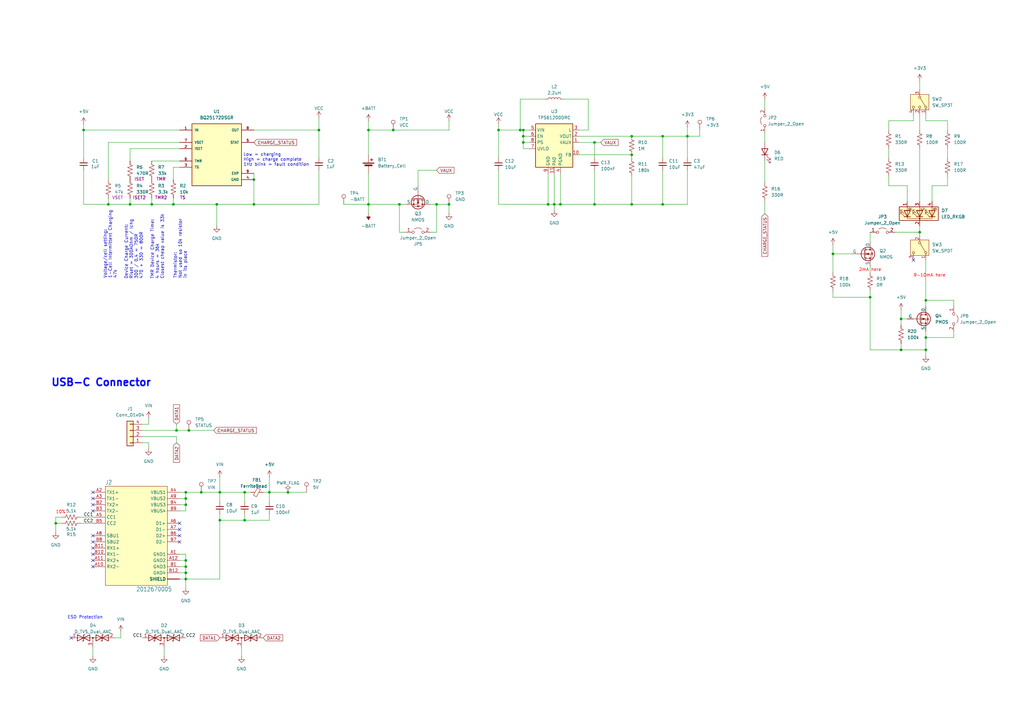
<source format=kicad_sch>
(kicad_sch (version 20231120) (generator "eeschema") (generator_version "8.0")
  (paper "A3")
  (lib_symbols
    (symbol "BQ25172DSGR:BQ25172DSGR" (pin_names (offset 1.016))
      (property "Reference" "U" (at -10.16 13.462 0))
      (property "Value" "BQ25172DSGR" (at -10.16 -15.24 0))
      (symbol "BQ25172DSGR_0_0"
        (pin input line (at -15.24 10.16 0) (length 5.08) (name "IN") (number "1"))
        (pin input line (at -15.24 2.54 0) (length 5.08) (name "ISET") (number "2"))
        (pin input line (at -15.24 -5.08 0) (length 5.08) (name "TS") (number "3"))
        (pin power_in line (at 15.24 -10.16 180) (length 5.08) (name "GND") (number "4"))
        (pin output line (at 15.24 5.08 180) (length 5.08) (name "STAT") (number "5"))
        (pin input line (at -15.24 -2.54 0) (length 5.08) (name "TMR") (number "6"))
        (pin input line (at -15.24 5.08 0) (length 5.08) (name "VSET") (number "7"))
        (pin output line (at 15.24 10.16 180) (length 5.08) (name "OUT") (number "8"))
        (pin power_in line (at 15.24 -7.62 180) (length 5.08) (name "EXP") (number "9"))
      )
    )
    (symbol "Connector:TestPoint" (pin_numbers hide) (pin_names (offset 0.762) hide)
      (property "Reference" "TP" (at 0 6.858 0))
      (property "Value" "TestPoint" (at 0 5.08 0))
      (symbol "TestPoint_1_1"
        (pin passive line (at 0 0 90) (length 2.54) (name "1") (number "1"))
      )
    )
    (symbol "Connector_Generic:Conn_01x04" (pin_names (offset 1.016) hide)
      (property "Reference" "J" (at 0 5.08 0))
      (property "Value" "Conn_01x04" (at 0 -7.62 0))
      (symbol "Conn_01x04_1_1"
        (pin passive line (at -5.08 2.54 0) (length 3.81) (name "Pin_1") (number "1"))
        (pin passive line (at -5.08 0 0) (length 3.81) (name "Pin_2") (number "2"))
        (pin passive line (at -5.08 -2.54 0) (length 3.81) (name "Pin_3") (number "3"))
        (pin passive line (at -5.08 -5.08 0) (length 3.81) (name "Pin_4") (number "4"))
      )
    )
    (symbol "Device:Battery_Cell" (pin_numbers hide) (pin_names (offset 0) hide)
      (property "Reference" "BT" (at 2.54 2.54 0))
      (property "Value" "Battery_Cell" (at 2.54 0 0))
      (symbol "Battery_Cell_1_1"
        (pin passive line (at 0 5.08 270) (length 2.54) (name "+") (number "1"))
        (pin passive line (at 0 -2.54 90) (length 2.54) (name "-") (number "2"))
      )
    )
    (symbol "Device:C_Small" (pin_numbers hide) (pin_names (offset 0.254) hide)
      (property "Reference" "C" (at 0.254 1.778 0))
      (property "Value" "C_Small" (at 0.254 -2.032 0))
      (symbol "C_Small_1_1"
        (pin passive line (at 0 2.54 270) (length 2.032) (name "~") (number "1"))
        (pin passive line (at 0 -2.54 90) (length 2.032) (name "~") (number "2"))
      )
    )
    (symbol "Device:D_TVS_Dual_AAC" (pin_names (offset 1.016) hide)
      (property "Reference" "D" (at 0 4.445 0))
      (property "Value" "D_TVS_Dual_AAC" (at 0 2.54 0))
      (symbol "D_TVS_Dual_AAC_1_1"
        (pin passive line (at -8.89 0 0) (length 2.54) (name "A1") (number "1"))
        (pin passive line (at 8.89 0 180) (length 2.54) (name "A2") (number "2"))
        (pin passive line (at 0 -3.81 90) (length 2.54) (name "common") (number "3"))
      )
    )
    (symbol "Device:FerriteBead_Small" (pin_numbers hide) (pin_names (offset 0))
      (property "Reference" "FB" (at 1.905 1.27 0))
      (property "Value" "FerriteBead_Small" (at 1.905 -1.27 0))
      (symbol "FerriteBead_Small_1_1"
        (pin passive line (at 0 2.54 270) (length 1.27) (name "~") (number "1"))
        (pin passive line (at 0 -2.54 90) (length 1.27) (name "~") (number "2"))
      )
    )
    (symbol "Device:L" (pin_numbers hide) (pin_names (offset 1.016) hide)
      (property "Reference" "L" (at -1.27 0 90))
      (property "Value" "L" (at 1.905 0 90))
      (symbol "L_1_1"
        (pin passive line (at 0 3.81 270) (length 1.27) (name "1") (number "1"))
        (pin passive line (at 0 -3.81 90) (length 1.27) (name "2") (number "2"))
      )
    )
    (symbol "Device:LED" (pin_numbers hide) (pin_names (offset 1.016) hide)
      (property "Reference" "D" (at 0 2.54 0))
      (property "Value" "LED" (at 0 -2.54 0))
      (symbol "LED_1_1"
        (pin passive line (at -3.81 0 0) (length 2.54) (name "K") (number "1"))
        (pin passive line (at 3.81 0 180) (length 2.54) (name "A") (number "2"))
      )
    )
    (symbol "Device:LED_RKGB" (pin_names (offset 0) hide)
      (property "Reference" "D" (at 0 9.398 0))
      (property "Value" "LED_RKGB" (at 0 -8.89 0))
      (symbol "LED_RKGB_0_0"
        (text "B" (at 1.905 -6.35 0) (effects (font (size 1.27 1.27))))
        (text "G" (at 1.905 -1.27 0) (effects (font (size 1.27 1.27))))
        (text "R" (at 1.905 3.81 0) (effects (font (size 1.27 1.27))))
      )
      (symbol "LED_RKGB_1_1"
        (pin passive line (at 5.08 5.08 180) (length 2.54) (name "RA") (number "1"))
        (pin passive line (at -5.08 0 0) (length 2.54) (name "K") (number "2"))
        (pin passive line (at 5.08 0 180) (length 2.54) (name "GA") (number "3"))
        (pin passive line (at 5.08 -5.08 180) (length 2.54) (name "BA") (number "4"))
      )
    )
    (symbol "Device:R_US" (pin_numbers hide) (pin_names (offset 0))
      (property "Reference" "R" (at 2.54 0 90))
      (property "Value" "R_US" (at -2.54 0 90))
      (symbol "R_US_1_1"
        (pin passive line (at 0 3.81 270) (length 1.27) (name "~") (number "1"))
        (pin passive line (at 0 -3.81 90) (length 1.27) (name "~") (number "2"))
      )
    )
    (symbol "ESP32_Dev_Board-eagle-import:2012670005"
      (property "Reference" "J1" (at -12.7209 20.8595 0))
      (property "Value" "2012670005" (at -0.0263 -22.9074 0))
      (symbol "2012670005_1_0"
        (pin power_in line (at 17.78 -7.62 180) (length 5.08) (name "GND1") (number "A1"))
        (pin passive line (at -17.78 -12.7 0) (length 5.08) (name "RX2-") (number "A10"))
        (pin passive line (at -17.78 -10.16 0) (length 5.08) (name "RX2+") (number "A11"))
        (pin power_in line (at 17.78 -10.16 180) (length 5.08) (name "GND2") (number "A12"))
        (pin passive line (at -17.78 17.78 0) (length 5.08) (name "TX1+") (number "A2"))
        (pin passive line (at -17.78 15.24 0) (length 5.08) (name "TX1-") (number "A3"))
        (pin power_in line (at 17.78 17.78 180) (length 5.08) (name "VBUS1") (number "A4"))
        (pin passive line (at -17.78 7.62 0) (length 5.08) (name "CC1") (number "A5"))
        (pin passive line (at 17.78 5.08 180) (length 5.08) (name "D1+") (number "A6"))
        (pin passive line (at 17.78 2.54 180) (length 5.08) (name "D1-") (number "A7"))
        (pin passive line (at -17.78 0 0) (length 5.08) (name "SBU1") (number "A8"))
        (pin power_in line (at 17.78 15.24 180) (length 5.08) (name "VBUS2") (number "A9"))
        (pin power_in line (at 17.78 -12.7 180) (length 5.08) (name "GND3") (number "B1"))
        (pin passive line (at -17.78 -7.62 0) (length 5.08) (name "RX1-") (number "B10"))
        (pin passive line (at -17.78 -5.08 0) (length 5.08) (name "RX1+") (number "B11"))
        (pin power_in line (at 17.78 -15.24 180) (length 5.08) (name "GND4") (number "B12"))
        (pin passive line (at -17.78 12.7 0) (length 5.08) (name "TX2+") (number "B2"))
        (pin passive line (at -17.78 10.16 0) (length 5.08) (name "TX2-") (number "B3"))
        (pin power_in line (at 17.78 12.7 180) (length 5.08) (name "VBUS3") (number "B4"))
        (pin passive line (at -17.78 5.08 0) (length 5.08) (name "CC2") (number "B5"))
        (pin passive line (at 17.78 0 180) (length 5.08) (name "D2+") (number "B6"))
        (pin passive line (at 17.78 -2.54 180) (length 5.08) (name "D2-") (number "B7"))
        (pin passive line (at -17.78 -2.54 0) (length 5.08) (name "SBU2") (number "B8"))
        (pin power_in line (at 17.78 10.16 180) (length 5.08) (name "VBUS4") (number "B9"))
        (pin power_in line (at 17.78 -17.78 180) (length 5.08) (name "SHIELD") (number "S1"))
        (pin power_in line (at 17.78 -17.78 180) (length 5.08) (name "SHIELD") (number "S2"))
        (pin power_in line (at 17.78 -17.78 180) (length 5.08) (name "SHIELD") (number "S3"))
        (pin power_in line (at 17.78 -17.78 180) (length 5.08) (name "SHIELD") (number "S4"))
      )
    )
    (symbol "Jumper:Jumper_2_Open" (pin_names (offset 0) hide)
      (property "Reference" "JP" (at 0 2.794 0))
      (property "Value" "Jumper_2_Open" (at 0 -2.286 0))
      (symbol "Jumper_2_Open_1_1"
        (pin passive line (at -5.08 0 0) (length 2.54) (name "A") (number "1"))
        (pin passive line (at 5.08 0 180) (length 2.54) (name "B") (number "2"))
      )
    )
    (symbol "Regulator_Switching:TPS61200DRC"
      (property "Reference" "U" (at -10.16 8.89 0))
      (property "Value" "TPS61200DRC" (at -2.54 8.89 0))
      (symbol "TPS61200DRC_1_1"
        (pin bidirectional line (at 10.16 0 180) (length 2.54) (name "VAUX") (number "1"))
        (pin input line (at 10.16 -5.08 180) (length 2.54) (name "FB") (number "10"))
        (pin power_in line (at 0 -12.7 90) (length 2.54) (name "PAD") (number "11"))
        (pin power_out line (at 10.16 2.54 180) (length 2.54) (name "VOUT") (number "2"))
        (pin input line (at 10.16 5.08 180) (length 2.54) (name "L") (number "3"))
        (pin power_in line (at 2.54 -12.7 90) (length 2.54) (name "PGND") (number "4"))
        (pin power_in line (at -10.16 5.08 0) (length 2.54) (name "VIN") (number "5"))
        (pin input line (at -10.16 2.54 0) (length 2.54) (name "EN") (number "6"))
        (pin input line (at -10.16 -2.54 0) (length 2.54) (name "UVLO") (number "7"))
        (pin input line (at -10.16 0 0) (length 2.54) (name "PS") (number "8"))
        (pin power_in line (at -2.54 -12.7 90) (length 2.54) (name "GND") (number "9"))
      )
    )
    (symbol "Simulation_SPICE:NMOS" (pin_numbers hide) (pin_names (offset 0))
      (property "Reference" "Q" (at 5.08 1.27 0))
      (property "Value" "NMOS" (at 5.08 -1.27 0))
      (symbol "NMOS_1_1"
        (pin passive line (at 2.54 5.08 270) (length 2.54) (name "D") (number "1"))
        (pin input line (at -5.08 0 0) (length 2.54) (name "G") (number "2"))
        (pin passive line (at 2.54 -5.08 90) (length 2.54) (name "S") (number "3"))
      )
    )
    (symbol "Simulation_SPICE:PMOS" (pin_numbers hide) (pin_names (offset 0))
      (property "Reference" "Q1" (at 8.89 0 90))
      (property "Value" "PMOS" (at 6.35 0 90))
      (symbol "PMOS_1_1"
        (pin input line (at -5.08 0 0) (length 2.54) (name "G") (number "1"))
        (pin passive line (at 2.54 -5.08 90) (length 2.54) (name "S") (number "2"))
        (pin passive line (at 2.54 5.08 270) (length 2.54) (name "D") (number "3"))
      )
    )
    (symbol "Switch:SW_SP3T" (pin_names (offset 0) hide)
      (property "Reference" "SW" (at 0 5.08 0))
      (property "Value" "SW_SP3T" (at 0 -5.08 0))
      (symbol "SW_SP3T_1_1"
        (pin passive line (at 5.08 2.54 180) (length 2.54) (name "1") (number "1"))
        (pin passive line (at 5.08 0 180) (length 2.54) (name "2") (number "2"))
        (pin passive line (at -5.08 0 0) (length 2.54) (name "3") (number "3"))
        (pin passive line (at 5.08 -2.54 180) (length 2.54) (name "4") (number "4"))
      )
    )
    (symbol "Switch:SW_SPDT" (pin_names (offset 0) hide)
      (property "Reference" "SW" (at 0 5.08 0))
      (property "Value" "SW_SPDT" (at 0 -5.08 0))
      (symbol "SW_SPDT_1_1"
        (pin passive line (at 5.08 2.54 180) (length 2.54) (name "A") (number "1"))
        (pin passive line (at -5.08 0 0) (length 2.54) (name "B") (number "2"))
        (pin passive line (at 5.08 -2.54 180) (length 2.54) (name "C") (number "3"))
      )
    )
    (symbol "power:+3V3" (power) (pin_numbers hide) (pin_names (offset 0) hide)
      (property "Value" "+3V3" (at 0 3.556 0))
      (symbol "+3V3_1_1"
        (pin power_in line (at 0 0 90) (length 0) (name "~") (number "1"))
      )
    )
    (symbol "power:+5V" (power) (pin_numbers hide) (pin_names (offset 0) hide)
      (property "Value" "+5V" (at 0 3.556 0))
      (symbol "+5V_1_1"
        (pin power_in line (at 0 0 90) (length 0) (name "~") (number "1"))
      )
    )
    (symbol "power:+BATT" (power) (pin_numbers hide) (pin_names (offset 0) hide)
      (property "Value" "+BATT" (at 0 3.556 0))
      (symbol "+BATT_1_1"
        (pin power_in line (at 0 0 90) (length 0) (name "~") (number "1"))
      )
    )
    (symbol "power:-BATT" (power) (pin_numbers hide) (pin_names (offset 0) hide)
      (property "Value" "-BATT" (at 0 3.556 0))
      (symbol "-BATT_1_1"
        (pin power_in line (at 0 0 90) (length 0) (name "~") (number "1"))
      )
    )
    (symbol "power:GND" (power) (pin_numbers hide) (pin_names (offset 0) hide)
      (property "Value" "GND" (at 0 -3.81 0))
      (symbol "GND_1_1"
        (pin power_in line (at 0 0 270) (length 0) (name "~") (number "1"))
      )
    )
    (symbol "power:PWR_FLAG" (power) (pin_numbers hide) (pin_names (offset 0) hide)
      (property "Value" "PWR_FLAG" (at 0 3.81 0))
      (symbol "PWR_FLAG_0_0"
        (pin power_out line (at 0 0 90) (length 0) (name "pwr") (number "1"))
      )
    )
    (symbol "power:VCC" (power) (pin_names (offset 0))
      (property "Value" "VCC" (at 0 3.81 0))
      (symbol "VCC_1_1"
        (pin power_in line (at 0 0 90) (length 0) hide (name "VCC") (number "1"))
      )
    )
    (symbol "power:VDC" (power) (pin_numbers hide) (pin_names (offset 0) hide)
      (property "Value" "VDC" (at 0 3.556 0))
      (symbol "VDC_1_1"
        (pin power_in line (at 0 0 90) (length 0) (name "~") (number "1"))
      )
    )
  )
  (junction (at 229.87 83.82))
  (junction (at 90.17 213.36))
  (junction (at 71.12 83.82))
  (junction (at 76.2 232.41))
  (junction (at 204.47 53.34))
  (junction (at 214.63 55.88))
  (junction (at 72.39 176.53))
  (junction (at 271.78 55.88))
  (junction (at 259.08 63.5))
  (junction (at 377.19 95.25))
  (junction (at 76.2 229.87))
  (junction (at 369.57 130.81))
  (junction (at 100.33 201.93))
  (junction (at 214.63 53.34))
  (junction (at 243.84 83.82))
  (junction (at 82.55 201.93))
  (junction (at 259.08 83.82))
  (junction (at 90.17 201.93))
  (junction (at 356.87 121.92))
  (junction (at 243.84 58.42))
  (junction (at 161.29 53.34))
  (junction (at 77.47 176.53))
  (junction (at 184.15 83.82))
  (junction (at 224.79 83.82))
  (junction (at 104.14 83.82))
  (junction (at 110.49 201.93))
  (junction (at 76.2 234.95))
  (junction (at 179.07 83.82))
  (junction (at 100.33 213.36))
  (junction (at 118.11 201.93))
  (junction (at 369.57 143.51))
  (junction (at 271.78 83.82))
  (junction (at 163.83 83.82))
  (junction (at 104.14 73.66))
  (junction (at 34.29 53.34))
  (junction (at 227.33 83.82))
  (junction (at 213.36 53.34))
  (junction (at 62.23 83.82))
  (junction (at 22.86 214.63))
  (junction (at 130.81 53.34))
  (junction (at 76.2 207.01))
  (junction (at 44.45 83.82))
  (junction (at 76.2 237.49))
  (junction (at 76.2 201.93))
  (junction (at 379.73 123.19))
  (junction (at 379.73 138.43))
  (junction (at 151.13 83.82))
  (junction (at 259.08 55.88))
  (junction (at 151.13 53.34))
  (junction (at 214.63 58.42))
  (junction (at 88.9 83.82))
  (junction (at 281.94 55.88))
  (junction (at 341.63 104.14))
  (junction (at 53.34 83.82))
  (junction (at 76.2 204.47))
  (junction (at 379.73 143.51))
  (no_connect (at 38.1 222.25))
  (no_connect (at 29.21 261.62))
  (no_connect (at 38.1 204.47))
  (no_connect (at 38.1 209.55))
  (no_connect (at 38.1 232.41))
  (no_connect (at 374.65 106.68))
  (no_connect (at 38.1 229.87))
  (no_connect (at 73.66 214.63))
  (no_connect (at 38.1 224.79))
  (no_connect (at 38.1 227.33))
  (no_connect (at 38.1 207.01))
  (no_connect (at 73.66 222.25))
  (no_connect (at 73.66 219.71))
  (no_connect (at 38.1 219.71))
  (no_connect (at 38.1 201.93))
  (no_connect (at 73.66 217.17))
  (wire (pts (xy 367.03 95.25) (xy 377.19 95.25)))
  (wire (pts (xy 130.81 69.85) (xy 130.81 83.82)))
  (wire (pts (xy 130.81 53.34) (xy 130.81 64.77)))
  (wire (pts (xy 73.66 60.96) (xy 53.34 60.96)))
  (wire (pts (xy 140.97 83.82) (xy 151.13 83.82)))
  (wire (pts (xy 217.17 60.96) (xy 214.63 60.96)))
  (wire (pts (xy 90.17 205.74) (xy 90.17 201.93)))
  (wire (pts (xy 151.13 71.12) (xy 151.13 83.82)))
  (wire (pts (xy 34.29 69.85) (xy 34.29 83.82)))
  (wire (pts (xy 22.86 212.09) (xy 25.4 212.09)))
  (wire (pts (xy 90.17 237.49) (xy 90.17 213.36)))
  (wire (pts (xy 377.19 95.25) (xy 377.19 96.52)))
  (wire (pts (xy 73.66 237.49) (xy 76.2 237.49)))
  (wire (pts (xy 259.08 63.5) (xy 259.08 64.77)))
  (wire (pts (xy 391.16 123.19) (xy 379.73 123.19)))
  (wire (pts (xy 73.66 204.47) (xy 76.2 204.47)))
  (wire (pts (xy 356.87 109.22) (xy 356.87 111.76)))
  (wire (pts (xy 271.78 69.85) (xy 271.78 83.82)))
  (wire (pts (xy 104.14 53.34) (xy 130.81 53.34)))
  (wire (pts (xy 82.55 201.93) (xy 90.17 201.93)))
  (wire (pts (xy 100.33 201.93) (xy 102.87 201.93)))
  (wire (pts (xy 67.31 265.43) (xy 67.31 269.24)))
  (wire (pts (xy 58.42 181.61) (xy 60.96 181.61)))
  (wire (pts (xy 73.66 227.33) (xy 76.2 227.33)))
  (wire (pts (xy 110.49 201.93) (xy 110.49 195.58)))
  (wire (pts (xy 237.49 53.34) (xy 241.3 53.34)))
  (wire (pts (xy 44.45 81.28) (xy 44.45 83.82)))
  (wire (pts (xy 151.13 83.82) (xy 151.13 87.63)))
  (wire (pts (xy 237.49 63.5) (xy 259.08 63.5)))
  (wire (pts (xy 73.66 234.95) (xy 76.2 234.95)))
  (wire (pts (xy 151.13 53.34) (xy 151.13 63.5)))
  (wire (pts (xy 90.17 195.58) (xy 90.17 201.93)))
  (wire (pts (xy 259.08 55.88) (xy 271.78 55.88)))
  (wire (pts (xy 313.69 82.55) (xy 313.69 87.63)))
  (wire (pts (xy 217.17 55.88) (xy 214.63 55.88)))
  (wire (pts (xy 259.08 72.39) (xy 259.08 83.82)))
  (wire (pts (xy 110.49 213.36) (xy 110.49 210.82)))
  (wire (pts (xy 38.1 265.43) (xy 38.1 269.24)))
  (wire (pts (xy 33.02 214.63) (xy 38.1 214.63)))
  (wire (pts (xy 369.57 133.35) (xy 369.57 130.81)))
  (wire (pts (xy 33.02 212.09) (xy 38.1 212.09)))
  (wire (pts (xy 382.27 76.2) (xy 382.27 82.55)))
  (wire (pts (xy 281.94 83.82) (xy 271.78 83.82)))
  (wire (pts (xy 90.17 210.82) (xy 90.17 213.36)))
  (wire (pts (xy 110.49 201.93) (xy 118.11 201.93)))
  (wire (pts (xy 259.08 83.82) (xy 243.84 83.82)))
  (wire (pts (xy 62.23 83.82) (xy 71.12 83.82)))
  (wire (pts (xy 229.87 83.82) (xy 227.33 83.82)))
  (wire (pts (xy 241.3 53.34) (xy 241.3 40.64)))
  (wire (pts (xy 161.29 53.34) (xy 184.15 53.34)))
  (wire (pts (xy 379.73 49.53) (xy 388.62 49.53)))
  (wire (pts (xy 71.12 68.58) (xy 71.12 73.66)))
  (wire (pts (xy 73.66 207.01) (xy 76.2 207.01)))
  (wire (pts (xy 271.78 83.82) (xy 259.08 83.82)))
  (wire (pts (xy 227.33 86.36) (xy 227.33 83.82)))
  (wire (pts (xy 100.33 210.82) (xy 100.33 213.36)))
  (wire (pts (xy 76.2 207.01) (xy 76.2 204.47)))
  (wire (pts (xy 204.47 50.8) (xy 204.47 53.34)))
  (wire (pts (xy 243.84 58.42) (xy 243.84 64.77)))
  (wire (pts (xy 379.73 106.68) (xy 379.73 123.19)))
  (wire (pts (xy 184.15 49.53) (xy 184.15 53.34)))
  (wire (pts (xy 214.63 53.34) (xy 213.36 53.34)))
  (wire (pts (xy 73.66 229.87) (xy 76.2 229.87)))
  (wire (pts (xy 73.66 58.42) (xy 44.45 58.42)))
  (wire (pts (xy 374.65 49.53) (xy 364.49 49.53)))
  (wire (pts (xy 369.57 140.97) (xy 369.57 143.51)))
  (wire (pts (xy 151.13 49.53) (xy 151.13 53.34)))
  (wire (pts (xy 287.02 55.88) (xy 281.94 55.88)))
  (wire (pts (xy 341.63 100.33) (xy 341.63 104.14)))
  (wire (pts (xy 374.65 46.99) (xy 374.65 49.53)))
  (wire (pts (xy 49.53 261.62) (xy 49.53 259.08)))
  (wire (pts (xy 227.33 71.12) (xy 227.33 83.82)))
  (wire (pts (xy 243.84 69.85) (xy 243.84 83.82)))
  (wire (pts (xy 229.87 71.12) (xy 229.87 83.82)))
  (wire (pts (xy 313.69 54.61) (xy 313.69 58.42)))
  (wire (pts (xy 72.39 176.53) (xy 77.47 176.53)))
  (wire (pts (xy 243.84 83.82) (xy 229.87 83.82)))
  (wire (pts (xy 379.73 135.89) (xy 379.73 138.43)))
  (wire (pts (xy 379.73 143.51) (xy 379.73 146.05)))
  (wire (pts (xy 391.16 138.43) (xy 379.73 138.43)))
  (wire (pts (xy 224.79 83.82) (xy 224.79 71.12)))
  (wire (pts (xy 60.96 173.99) (xy 60.96 171.45)))
  (wire (pts (xy 76.2 229.87) (xy 76.2 232.41)))
  (wire (pts (xy 388.62 76.2) (xy 382.27 76.2)))
  (wire (pts (xy 73.66 66.04) (xy 62.23 66.04)))
  (wire (pts (xy 341.63 121.92) (xy 356.87 121.92)))
  (wire (pts (xy 104.14 83.82) (xy 130.81 83.82)))
  (wire (pts (xy 72.39 173.99) (xy 72.39 176.53)))
  (wire (pts (xy 163.83 95.25) (xy 163.83 83.82)))
  (wire (pts (xy 214.63 55.88) (xy 214.63 53.34)))
  (wire (pts (xy 364.49 49.53) (xy 364.49 53.34)))
  (wire (pts (xy 179.07 83.82) (xy 184.15 83.82)))
  (wire (pts (xy 73.66 209.55) (xy 76.2 209.55)))
  (wire (pts (xy 356.87 119.38) (xy 356.87 121.92)))
  (wire (pts (xy 388.62 49.53) (xy 388.62 53.34)))
  (wire (pts (xy 90.17 201.93) (xy 100.33 201.93)))
  (wire (pts (xy 58.42 173.99) (xy 60.96 173.99)))
  (wire (pts (xy 71.12 81.28) (xy 71.12 83.82)))
  (wire (pts (xy 166.37 83.82) (xy 163.83 83.82)))
  (wire (pts (xy 100.33 213.36) (xy 110.49 213.36)))
  (wire (pts (xy 377.19 60.96) (xy 377.19 82.55)))
  (wire (pts (xy 372.11 82.55) (xy 372.11 76.2)))
  (wire (pts (xy 76.2 237.49) (xy 90.17 237.49)))
  (wire (pts (xy 377.19 92.71) (xy 377.19 95.25)))
  (wire (pts (xy 356.87 143.51) (xy 369.57 143.51)))
  (wire (pts (xy 281.94 52.07) (xy 281.94 55.88)))
  (wire (pts (xy 204.47 69.85) (xy 204.47 83.82)))
  (wire (pts (xy 204.47 53.34) (xy 213.36 53.34)))
  (wire (pts (xy 237.49 58.42) (xy 243.84 58.42)))
  (wire (pts (xy 118.11 201.93) (xy 125.73 201.93)))
  (wire (pts (xy 171.45 69.85) (xy 171.45 76.2)))
  (wire (pts (xy 369.57 127) (xy 369.57 130.81)))
  (wire (pts (xy 76.2 201.93) (xy 82.55 201.93)))
  (wire (pts (xy 227.33 83.82) (xy 224.79 83.82)))
  (wire (pts (xy 76.2 227.33) (xy 76.2 229.87)))
  (wire (pts (xy 34.29 83.82) (xy 44.45 83.82)))
  (wire (pts (xy 237.49 55.88) (xy 259.08 55.88)))
  (wire (pts (xy 213.36 53.34) (xy 213.36 40.64)))
  (wire (pts (xy 356.87 121.92) (xy 356.87 143.51)))
  (wire (pts (xy 88.9 83.82) (xy 104.14 83.82)))
  (wire (pts (xy 217.17 53.34) (xy 214.63 53.34)))
  (wire (pts (xy 44.45 58.42) (xy 44.45 73.66)))
  (wire (pts (xy 341.63 104.14) (xy 349.25 104.14)))
  (wire (pts (xy 60.96 181.61) (xy 60.96 184.15)))
  (wire (pts (xy 151.13 53.34) (xy 161.29 53.34)))
  (wire (pts (xy 176.53 83.82) (xy 179.07 83.82)))
  (wire (pts (xy 90.17 213.36) (xy 100.33 213.36)))
  (wire (pts (xy 341.63 119.38) (xy 341.63 121.92)))
  (wire (pts (xy 22.86 212.09) (xy 22.86 214.63)))
  (wire (pts (xy 99.06 265.43) (xy 99.06 269.24)))
  (wire (pts (xy 204.47 83.82) (xy 224.79 83.82)))
  (wire (pts (xy 241.3 40.64) (xy 231.14 40.64)))
  (wire (pts (xy 369.57 143.51) (xy 379.73 143.51)))
  (wire (pts (xy 287.02 53.34) (xy 287.02 55.88)))
  (wire (pts (xy 34.29 50.8) (xy 34.29 53.34)))
  (wire (pts (xy 76.2 209.55) (xy 76.2 207.01)))
  (wire (pts (xy 53.34 83.82) (xy 62.23 83.82)))
  (wire (pts (xy 281.94 64.77) (xy 281.94 55.88)))
  (wire (pts (xy 62.23 83.82) (xy 62.23 81.28)))
  (wire (pts (xy 364.49 72.39) (xy 364.49 76.2)))
  (wire (pts (xy 213.36 40.64) (xy 223.52 40.64)))
  (wire (pts (xy 104.14 71.12) (xy 104.14 73.66)))
  (wire (pts (xy 379.73 138.43) (xy 379.73 143.51)))
  (wire (pts (xy 88.9 83.82) (xy 88.9 92.71)))
  (wire (pts (xy 377.19 46.99) (xy 377.19 53.34)))
  (wire (pts (xy 76.2 234.95) (xy 76.2 237.49)))
  (wire (pts (xy 71.12 83.82) (xy 88.9 83.82)))
  (wire (pts (xy 271.78 64.77) (xy 271.78 55.88)))
  (wire (pts (xy 72.39 181.61) (xy 72.39 179.07)))
  (wire (pts (xy 281.94 69.85) (xy 281.94 83.82)))
  (wire (pts (xy 46.99 261.62) (xy 49.53 261.62)))
  (wire (pts (xy 217.17 58.42) (xy 214.63 58.42)))
  (wire (pts (xy 313.69 66.04) (xy 313.69 74.93)))
  (wire (pts (xy 73.66 68.58) (xy 71.12 68.58)))
  (wire (pts (xy 271.78 55.88) (xy 281.94 55.88)))
  (wire (pts (xy 166.37 95.25) (xy 163.83 95.25)))
  (wire (pts (xy 104.14 73.66) (xy 104.14 83.82)))
  (wire (pts (xy 388.62 60.96) (xy 388.62 64.77)))
  (wire (pts (xy 391.16 135.89) (xy 391.16 138.43)))
  (wire (pts (xy 76.2 204.47) (xy 76.2 201.93)))
  (wire (pts (xy 100.33 201.93) (xy 100.33 205.74)))
  (wire (pts (xy 171.45 69.85) (xy 179.07 69.85)))
  (wire (pts (xy 214.63 60.96) (xy 214.63 58.42)))
  (wire (pts (xy 179.07 95.25) (xy 179.07 83.82)))
  (wire (pts (xy 214.63 58.42) (xy 214.63 55.88)))
  (wire (pts (xy 391.16 125.73) (xy 391.16 123.19)))
  (wire (pts (xy 176.53 95.25) (xy 179.07 95.25)))
  (wire (pts (xy 73.66 232.41) (xy 76.2 232.41)))
  (wire (pts (xy 377.19 33.02) (xy 377.19 36.83)))
  (wire (pts (xy 53.34 81.28) (xy 53.34 83.82)))
  (wire (pts (xy 58.42 176.53) (xy 72.39 176.53)))
  (wire (pts (xy 130.81 48.26) (xy 130.81 53.34)))
  (wire (pts (xy 379.73 46.99) (xy 379.73 49.53)))
  (wire (pts (xy 76.2 232.41) (xy 76.2 234.95)))
  (wire (pts (xy 372.11 76.2) (xy 364.49 76.2)))
  (wire (pts (xy 44.45 83.82) (xy 53.34 83.82)))
  (wire (pts (xy 110.49 201.93) (xy 110.49 205.74)))
  (wire (pts (xy 313.69 40.64) (xy 313.69 44.45)))
  (wire (pts (xy 341.63 111.76) (xy 341.63 104.14)))
  (wire (pts (xy 163.83 83.82) (xy 151.13 83.82)))
  (wire (pts (xy 107.95 201.93) (xy 110.49 201.93)))
  (wire (pts (xy 72.39 179.07) (xy 58.42 179.07)))
  (wire (pts (xy 76.2 237.49) (xy 76.2 241.3)))
  (wire (pts (xy 379.73 123.19) (xy 379.73 125.73)))
  (wire (pts (xy 22.86 214.63) (xy 25.4 214.63)))
  (wire (pts (xy 73.66 201.93) (xy 76.2 201.93)))
  (wire (pts (xy 204.47 64.77) (xy 204.47 53.34)))
  (wire (pts (xy 34.29 53.34) (xy 34.29 64.77)))
  (wire (pts (xy 87.63 176.53) (xy 77.47 176.53)))
  (wire (pts (xy 243.84 58.42) (xy 246.38 58.42)))
  (wire (pts (xy 369.57 130.81) (xy 372.11 130.81)))
  (wire (pts (xy 53.34 60.96) (xy 53.34 66.04)))
  (wire (pts (xy 388.62 72.39) (xy 388.62 76.2)))
  (wire (pts (xy 22.86 214.63) (xy 22.86 218.44)))
  (wire (pts (xy 73.66 53.34) (xy 34.29 53.34)))
  (wire (pts (xy 356.87 95.25) (xy 356.87 99.06)))
  (wire (pts (xy 184.15 83.82) (xy 184.15 87.63)))
  (wire (pts (xy 364.49 60.96) (xy 364.49 64.77)))
  (text "TMR Device Charge Time:\n4 hours = 36k\nClosest cheap value is 33k" (at 64.516 114.554 90) (effects (font (size 1.27 1.27)) (justify left)))
  (text "2mA here" (at 356.87 110.744 0) (effects (font (size 1.27 1.27))))
  (text "Voltage/cell setting:\n1-Cell Intermittent Charging\n47k" (at 45.212 114.3 90) (effects (font (size 1.27 1.27)) (justify left)))
  (text "9-10mA here" (at 381.254 113.03 0) (effects (font (size 1.27 1.27))))
  (text "Thermistor:\nNot used so 10k resistor\nin its place" (at 73.914 114.3 90) (effects (font (size 1.27 1.27)) (justify left)))
  (text "10%" (at 22.86 210.82 0) (effects (font (size 1.27 1.27)) (justify left bottom)))
  (text "Device Charge Current:\nRiset = 300AOhm / Ichg\n300 / 0.4 = 750R\n470 + 330 = 800R" (at 54.864 114.554 90) (effects (font (size 1.27 1.27)) (justify left)))
  (text "ESD Protection" (at 27.686 254 0) (effects (font (size 1.27 1.27)) (justify left bottom)))
  (text "Low = charging\nHigh = charge complete\n1Hz blink = fault condition" (at 99.822 65.532 0) (effects (font (size 1.27 1.27)) (justify left)))
  (text "USB-C Connector" (at 20.828 158.75 0) (effects (font (size 3 3) (bold yes)) (justify left bottom)))
  (label "CC2" (at 34.29 214.63 0))
  (label "CC1" (at 58.42 261.62 180))
  (label "CC1" (at 34.29 212.09 0))
  (label "CC2" (at 76.2 261.62 0))
  (global_label "DATA1" (shape input) (at 90.17 261.62 180) (property "Intersheetrefs" "${INTERSHEET_REFS}" (effects (hide yes))))
  (global_label "DATA2" (shape input) (at 107.95 261.62 0) (property "Intersheetrefs" "${INTERSHEET_REFS}" (effects (hide yes))))
  (global_label "DATA1" (shape input) (at 72.39 173.99 90) (property "Intersheetrefs" "${INTERSHEET_REFS}" (effects (hide yes))))
  (global_label "VAUX" (shape input) (at 246.38 58.42 0) (property "Intersheetrefs" "${INTERSHEET_REFS}" (effects (hide yes))))
  (global_label "CHARGE_STATUS" (shape input) (at 87.63 176.53 0) (property "Intersheetrefs" "${INTERSHEET_REFS}" (effects (hide yes))))
  (global_label "CHARGE_STATUS" (shape input) (at 104.14 58.42 0) (property "Intersheetrefs" "${INTERSHEET_REFS}" (effects (hide yes))))
  (global_label "CHARGE_STATUS" (shape input) (at 313.69 87.63 270) (property "Intersheetrefs" "${INTERSHEET_REFS}" (effects (hide yes))))
  (global_label "VAUX" (shape input) (at 179.07 69.85 0) (property "Intersheetrefs" "${INTERSHEET_REFS}" (effects (hide yes))))
  (global_label "DATA2" (shape input) (at 72.39 181.61 270) (property "Intersheetrefs" "${INTERSHEET_REFS}" (effects (hide yes))))
  (symbol (lib_id "power:+3V3") (at 377.19 33.02 0) (unit 1)
    (property "Reference" "#PWR07" (effects (hide yes)))
    (property "Value" "+3V3" (at 377.19 27.94 0))
    (property "Description" "Power symbol creates a global label with name \"+3V3\"" (effects (hide yes)))
  )
  (symbol (lib_id "Device:LED") (at 313.69 62.23 90) (unit 1)
    (property "Reference" "D6" (at 317.5 62.5474 90) (effects (justify right)))
    (property "Value" "RED" (at 317.5 65.0874 90) (effects (justify right)))
    (property "Footprint" "LED_SMD:LED_0805_2012Metric" (effects (hide yes)))
    (property "Description" "Light emitting diode" (effects (hide yes)))
    (property "LCSC" "C84256" (effects (hide yes)))
  )
  (symbol (lib_id "Connector:TestPoint") (at 82.55 201.93 0) (unit 1)
    (property "Reference" "TP7" (at 85.09 197.3579 0) (effects (justify left)))
    (property "Value" "VIN" (at 85.09 199.8979 0) (effects (justify left)))
    (property "Footprint" "TestPoint:TestPoint_Pad_D1.0mm" (effects (hide yes)))
    (property "Description" "test point" (effects (hide yes)))
  )
  (symbol (lib_id "Device:R_US") (at 388.62 57.15 0) (unit 1)
    (property "Reference" "R9" (at 391.16 55.8799 0) (effects (justify left)))
    (property "Value" "100R" (at 391.16 58.4199 0) (effects (justify left)))
    (property "Footprint" "Resistor_SMD:R_0402_1005Metric" (effects (hide yes)))
    (property "Description" "Resistor, US symbol" (effects (hide yes)))
    (property "LCSC" "C25076" (effects (hide yes)))
  )
  (symbol (lib_id "Device:R_US") (at 364.49 57.15 0) (unit 1)
    (property "Reference" "R1" (at 367.03 55.8799 0) (effects (justify left)))
    (property "Value" "330R" (at 367.03 58.4199 0) (effects (justify left)))
    (property "Footprint" "Resistor_SMD:R_0402_1005Metric" (effects (hide yes)))
    (property "LCSC" "C25104" (effects (hide yes)))
  )
  (symbol (lib_id "Device:R_US") (at 388.62 68.58 0) (unit 1)
    (property "Reference" "R17" (at 391.16 67.3099 0) (effects (justify left)))
    (property "Value" "100R" (at 391.16 69.8499 0) (effects (justify left)))
    (property "Footprint" "Resistor_SMD:R_0402_1005Metric" (effects (hide yes)))
    (property "Description" "Resistor, US symbol" (effects (hide yes)))
    (property "LCSC" "C25076" (effects (hide yes)))
  )
  (symbol (lib_id "Device:R_US") (at 71.12 77.47 0) (unit 1)
    (property "Reference" "R2" (at 73.66 76.1999 0) (effects (justify left)))
    (property "Value" "10k" (at 73.66 78.7399 0) (effects (justify left)))
    (property "Footprint" "Resistor_SMD:R_0402_1005Metric" (effects (hide yes)))
    (property "Description" "TS" (at 74.93 81.026 0))
    (property "LCSC" "C25744" (effects (hide yes)))
  )
  (symbol (lib_id "Device:L") (at 227.33 40.64 90) (unit 1)
    (property "Reference" "L2" (at 227.33 35.56 90))
    (property "Value" "2.2uH" (at 227.33 38.1 90))
    (property "Footprint" "Inductor_SMD:L_Sunlord_SWPA3015S" (effects (hide yes)))
    (property "Description" "Inductor" (effects (hide yes)))
    (property "LCSC" "C19734" (effects (hide yes)))
  )
  (symbol (lib_id "Device:C_Small") (at 90.17 208.28 0) (unit 1)
    (property "Reference" "C8" (at 92.71 207.0162 0) (effects (justify left)))
    (property "Value" "10uF" (at 92.71 209.5562 0) (effects (justify left)))
    (property "Footprint" "Capacitor_SMD:C_0603_1608Metric" (effects (hide yes)))
    (property "Description" "Unpolarized capacitor, small symbol" (effects (hide yes)))
    (property "LCSC" "C96446" (effects (hide yes)))
  )
  (symbol (lib_id "Jumper:Jumper_2_Open") (at 391.16 130.81 270) (unit 1)
    (property "Reference" "JP6" (at 393.7 129.5399 90) (effects (justify left)))
    (property "Value" "Jumper_2_Open" (at 393.7 132.0799 90) (effects (justify left)))
    (property "Footprint" "Jumper:SolderJumper-2_P1.3mm_Open_RoundedPad1.0x1.5mm" (effects (hide yes)))
    (property "Description" "Jumper, 2-pole, open" (effects (hide yes)))
  )
  (symbol (lib_id "Device:D_TVS_Dual_AAC") (at 67.31 261.62 0) (unit 1)
    (property "Reference" "D2" (at 67.31 256.54 0))
    (property "Value" "D_TVS_Dual_AAC" (at 67.31 259.08 0))
    (property "Footprint" "Package_TO_SOT_SMD:SOT-23" (effects (hide yes)))
    (property "Description" "Bidirectional dual transient-voltage-suppression diode, center on pin 3" (effects (hide yes)))
    (property "LCSC" "C32677" (effects (hide yes)))
  )
  (symbol (lib_id "Connector:TestPoint") (at 184.15 83.82 0) (unit 1)
    (property "Reference" "TP3" (at 186.69 79.2479 0) (effects (justify left)))
    (property "Value" "GND" (at 186.69 81.7879 0) (effects (justify left)))
    (property "Footprint" "TestPoint:TestPoint_Pad_D1.0mm" (effects (hide yes)))
    (property "Description" "test point" (effects (hide yes)))
  )
  (symbol (lib_id "Device:R_US") (at 356.87 115.57 0) (unit 1)
    (property "Reference" "R19" (at 359.41 114.2999 0) (effects (justify left)))
    (property "Value" "0R" (at 359.41 116.8399 0) (effects (justify left)))
    (property "Footprint" "Resistor_SMD:R_0603_1608Metric" (effects (hide yes)))
    (property "Description" "Rfbt" (effects (hide yes)))
    (property "LCSC" "C17168" (effects (hide yes)))
  )
  (symbol (lib_id "power:GND") (at 227.33 86.36 0) (unit 1)
    (property "Reference" "#PWR023" (effects (hide yes)))
    (property "Value" "GND" (at 227.33 91.44 0))
    (property "Description" "Power symbol creates a global label with name \"GND\" , ground" (effects (hide yes)))
  )
  (symbol (lib_id "Device:R_US") (at 313.69 78.74 0) (unit 1)
    (property "Reference" "R16" (at 316.23 77.4699 0) (effects (justify left)))
    (property "Value" "330R" (at 316.23 80.0099 0) (effects (justify left)))
    (property "Footprint" "Resistor_SMD:R_0402_1005Metric" (effects (hide yes)))
    (property "LCSC" "C25104" (effects (hide yes)))
  )
  (symbol (lib_id "Device:R_US") (at 53.34 77.47 0) (unit 1)
    (property "Reference" "R4" (at 55.88 76.1999 0) (effects (justify left)))
    (property "Value" "330R" (at 55.88 78.7399 0) (effects (justify left)))
    (property "Footprint" "Resistor_SMD:R_0402_1005Metric" (effects (hide yes)))
    (property "Description" "ISET2" (at 57.15 81.026 0))
    (property "LCSC" "C25104" (effects (hide yes)))
  )
  (symbol (lib_id "power:+5V") (at 369.57 127 0) (unit 1)
    (property "Reference" "#PWR029" (effects (hide yes)))
    (property "Value" "+5V" (at 369.57 121.92 0))
    (property "Description" "Power symbol creates a global label with name \"+5V\"" (effects (hide yes)))
  )
  (symbol (lib_id "Jumper:Jumper_2_Open") (at 171.45 95.25 0) (unit 1)
    (property "Reference" "JP5" (at 171.45 100.076 0))
    (property "Value" "Jumper_2_Open" (at 171.45 97.536 0))
    (property "Footprint" "Jumper:SolderJumper-2_P1.3mm_Open_RoundedPad1.0x1.5mm" (effects (hide yes)))
    (property "Description" "Jumper, 2-pole, open" (effects (hide yes)))
  )
  (symbol (lib_id "Device:C_Small") (at 100.33 208.28 180) (unit 1)
    (property "Reference" "C9" (at 102.87 207.6386 0) (effects (justify right)))
    (property "Value" "1uF" (at 102.87 210.1786 0) (effects (justify right)))
    (property "Footprint" "Capacitor_SMD:C_0402_1005Metric" (effects (hide yes)))
    (property "LCSC" "C52923" (effects (hide yes)))
  )
  (symbol (lib_id "BQ25172DSGR:BQ25172DSGR") (at 88.9 63.5 0) (unit 1)
    (property "Reference" "U1" (at 88.9 45.72 0))
    (property "Value" "BQ25172DSGR" (at 88.9 48.26 0))
    (property "Footprint" "Landing-Light:IC_BQ25172DSGR" (effects (hide yes)))
    (property "MF" "Texas Instruments" (effects (hide yes)))
    (property "MAXIMUM_PACKAGE_HEIGHT" "0.8mm" (effects (hide yes)))
    (property "Package" "None" (effects (hide yes)))
    (property "Price" "None" (effects (hide yes)))
    (property "Check_prices" "https://www.snapeda.com/parts/BQ25172DSGR/Texas+Instruments/view-part/?ref=eda" (effects (hide yes)))
    (property "STANDARD" "Manufacturer Recommendations" (effects (hide yes)))
    (property "PARTREV" "June 2022" (effects (hide yes)))
    (property "SnapEDA_Link" "https://www.snapeda.com/parts/BQ25172DSGR/Texas+Instruments/view-part/?ref=snap" (effects (hide yes)))
    (property "MP" "BQ25172DSGR" (effects (hide yes)))
    (property "Description_1" "\n                        \n                            0.8-A, one- to six-cell NiMH stand-alone linear charger in a QFN package\n                        \n" (effects (hide yes)))
    (property "Availability" "In Stock" (effects (hide yes)))
    (property "MANUFACTURER" "Texas Instruments" (effects (hide yes)))
    (property "LCSC" "C5189434" (effects (hide yes)))
  )
  (symbol (lib_id "power:-BATT") (at 151.13 87.63 180) (unit 1)
    (property "Reference" "#PWR02" (effects (hide yes)))
    (property "Value" "-BATT" (at 151.13 92.71 0))
    (property "Description" "Power symbol creates a global label with name \"-BATT\"" (effects (hide yes)))
  )
  (symbol (lib_id "Connector:TestPoint") (at 161.29 53.34 0) (unit 1)
    (property "Reference" "TP1" (at 163.83 48.7679 0) (effects (justify left)))
    (property "Value" "VCC" (at 163.83 51.3079 0) (effects (justify left)))
    (property "Footprint" "TestPoint:TestPoint_Pad_D1.0mm" (effects (hide yes)))
    (property "Description" "test point" (effects (hide yes)))
  )
  (symbol (lib_id "Device:C_Small") (at 281.94 67.31 0) (unit 1)
    (property "Reference" "C3" (at 284.48 66.0462 0) (effects (justify left)))
    (property "Value" "47uF" (at 284.48 68.5862 0) (effects (justify left)))
    (property "Footprint" "Capacitor_SMD:C_0603_1608Metric" (effects (hide yes)))
    (property "Description" "Unpolarized capacitor, small symbol" (effects (hide yes)))
    (property "LCSC" "C16780" (effects (hide yes)))
  )
  (symbol (lib_id "power:+5V") (at 110.49 195.58 0) (unit 1)
    (property "Reference" "#PWR010" (effects (hide yes)))
    (property "Value" "+5V" (at 110.49 190.5 0))
    (property "Description" "Power symbol creates a global label with name \"+5V\"" (effects (hide yes)))
  )
  (symbol (lib_id "Jumper:Jumper_2_Open") (at 313.69 49.53 90) (unit 1)
    (property "Reference" "JP2" (at 314.96 48.2599 90) (effects (justify right)))
    (property "Value" "Jumper_2_Open" (at 314.96 50.7999 90) (effects (justify right)))
    (property "Footprint" "Jumper:SolderJumper-2_P1.3mm_Open_RoundedPad1.0x1.5mm" (effects (hide yes)))
    (property "Description" "Jumper, 2-pole, open" (effects (hide yes)))
  )
  (symbol (lib_id "power:+5V") (at 34.29 50.8 0) (unit 1)
    (property "Reference" "#PWR022" (effects (hide yes)))
    (property "Value" "+5V" (at 34.29 45.72 0))
    (property "Description" "Power symbol creates a global label with name \"+5V\"" (effects (hide yes)))
  )
  (symbol (lib_id "Switch:SW_SPDT") (at 377.19 101.6 270) (unit 1) (in_bom no)
    (property "Reference" "SW3" (at 382.27 100.3299 90) (effects (justify left)))
    (property "Value" "SW_SPDT" (at 382.27 102.8699 90) (effects (justify left)))
    (property "Footprint" "Landing-Light:SSSS810201" (effects (hide yes)))
    (property "Description" "Switch, single pole double throw" (effects (hide yes)))
    (property "LCSC" "C231762" (effects (hide yes)))
  )
  (symbol (lib_id "Device:R_US") (at 29.21 214.63 270) (unit 1)
    (property "Reference" "R15" (at 29.21 219.202 90))
    (property "Value" "5.1k" (at 29.21 216.916 90))
    (property "Footprint" "Resistor_SMD:R_0603_1608Metric" (effects (hide yes)))
    (property "Description" "Rfbb" (effects (hide yes)))
    (property "LCSC" "C23186" (effects (hide yes)))
  )
  (symbol (lib_id "power:VDC") (at 60.96 171.45 0) (unit 1)
    (property "Reference" "#PWR09" (effects (hide yes)))
    (property "Value" "VIN" (at 60.96 166.37 0))
    (property "Description" "Power symbol creates a global label with name \"VDC\"" (effects (hide yes)))
  )
  (symbol (lib_id "power:GND") (at 76.2 241.3 0) (unit 1)
    (property "Reference" "#PWR013" (effects (hide yes)))
    (property "Value" "GND" (at 76.2 246.38 0))
  )
  (symbol (lib_id "Device:C_Small") (at 204.47 67.31 0) (unit 1)
    (property "Reference" "C12" (at 207.01 66.0462 0) (effects (justify left)))
    (property "Value" "10uF" (at 207.01 68.5862 0) (effects (justify left)))
    (property "Footprint" "Capacitor_SMD:C_0603_1608Metric" (effects (hide yes)))
    (property "Description" "Unpolarized capacitor, small symbol" (effects (hide yes)))
    (property "LCSC" "C96446" (effects (hide yes)))
  )
  (symbol (lib_id "power:GND") (at 22.86 218.44 0) (unit 1)
    (property "Reference" "#PWR012" (effects (hide yes)))
    (property "Value" "GND" (at 22.86 223.52 0))
  )
  (symbol (lib_id "Device:R_US") (at 377.19 57.15 0) (unit 1)
    (property "Reference" "R8" (at 379.73 55.8799 0) (effects (justify left)))
    (property "Value" "100R" (at 379.73 58.4199 0) (effects (justify left)))
    (property "Footprint" "Resistor_SMD:R_0402_1005Metric" (effects (hide yes)))
    (property "Description" "Resistor, US symbol" (effects (hide yes)))
    (property "LCSC" "C25076" (effects (hide yes)))
  )
  (symbol (lib_id "power:VCC") (at 130.81 48.26 0) (unit 1)
    (property "Reference" "#PWR026" (effects (hide yes)))
    (property "Value" "VCC" (at 130.81 44.45 0))
  )
  (symbol (lib_id "power:PWR_FLAG") (at 118.11 201.93 0) (unit 1)
    (property "Reference" "#FLG01" (effects (hide yes)))
    (property "Value" "PWR_FLAG" (at 118.11 198.12 0))
  )
  (symbol (lib_id "Device:C_Small") (at 243.84 67.31 0) (unit 1)
    (property "Reference" "C13" (at 246.38 66.6813 0) (effects (justify left)))
    (property "Value" "100nF" (at 246.38 69.2213 0) (effects (justify left)))
    (property "Footprint" "Capacitor_SMD:C_0402_1005Metric" (effects (hide yes)))
    (property "LCSC" "C1525" (effects (hide yes)))
  )
  (symbol (lib_id "Device:R_US") (at 53.34 69.85 0) (unit 1)
    (property "Reference" "R6" (at 55.88 68.5799 0) (effects (justify left)))
    (property "Value" "470R" (at 55.88 71.1199 0) (effects (justify left)))
    (property "Footprint" "Resistor_SMD:R_0402_1005Metric" (effects (hide yes)))
    (property "Description" "ISET" (at 57.15 73.406 0))
    (property "LCSC" "C25117" (effects (hide yes)))
  )
  (symbol (lib_id "Device:C_Small") (at 110.49 208.28 0) (unit 1)
    (property "Reference" "C10" (at 113.03 207.6513 0) (effects (justify left)))
    (property "Value" "100nF" (at 113.03 210.1913 0) (effects (justify left)))
    (property "Footprint" "Capacitor_SMD:C_0402_1005Metric" (effects (hide yes)))
    (property "LCSC" "C1525" (effects (hide yes)))
  )
  (symbol (lib_id "Device:Battery_Cell") (at 151.13 68.58 0) (unit 1)
    (property "Reference" "BT1" (at 154.94 65.4684 0) (effects (justify left)))
    (property "Value" "Battery_Cell" (at 154.94 68.0084 0) (effects (justify left)))
    (property "Footprint" "Landing-Light:AAA Side Mount" (effects (hide yes)))
    (property "Description" "Single-cell battery" (effects (hide yes)))
  )
  (symbol (lib_id "Device:C_Small") (at 130.81 67.31 180) (unit 1)
    (property "Reference" "C2" (at 135.636 66.04 0))
    (property "Value" "1uF" (at 135.636 68.326 0))
    (property "Footprint" "Capacitor_SMD:C_0402_1005Metric" (effects (hide yes)))
    (property "LCSC" "C52923" (effects (hide yes)))
  )
  (symbol (lib_id "Device:R_US") (at 62.23 77.47 0) (unit 1)
    (property "Reference" "R3" (at 64.77 76.1999 0) (effects (justify left)))
    (property "Value" "3.3k" (at 64.77 78.7399 0) (effects (justify left)))
    (property "Footprint" "Resistor_SMD:R_0402_1005Metric" (effects (hide yes)))
    (property "Description" "TMR2" (at 66.04 81.026 0))
    (property "LCSC" "C25890" (effects (hide yes)))
  )
  (symbol (lib_id "power:VCC") (at 184.15 49.53 0) (unit 1)
    (property "Reference" "#PWR020" (effects (hide yes)))
    (property "Value" "VCC" (at 184.15 45.72 0))
  )
  (symbol (lib_id "Device:FerriteBead_Small") (at 105.41 201.93 90) (unit 1)
    (property "Reference" "FB1" (at 105.3719 196.85 90))
    (property "Value" "FerriteBead" (at 104.1019 199.39 90))
    (property "Footprint" "Diode_SMD:D_0805_2012Metric" (effects (hide yes)))
    (property "LCSC" "C1015" (effects (hide yes)))
  )
  (symbol (lib_id "Connector:TestPoint") (at 125.73 201.93 0) (unit 1)
    (property "Reference" "TP2" (at 128.27 197.3579 0) (effects (justify left)))
    (property "Value" "5V" (at 128.27 199.8979 0) (effects (justify left)))
    (property "Footprint" "TestPoint:TestPoint_Pad_D1.0mm" (effects (hide yes)))
    (property "Description" "test point" (effects (hide yes)))
  )
  (symbol (lib_id "Device:C_Small") (at 271.78 67.31 0) (unit 1)
    (property "Reference" "C11" (at 274.32 66.0462 0) (effects (justify left)))
    (property "Value" "10uF" (at 274.32 68.5862 0) (effects (justify left)))
    (property "Footprint" "Capacitor_SMD:C_0603_1608Metric" (effects (hide yes)))
    (property "Description" "Unpolarized capacitor, small symbol" (effects (hide yes)))
    (property "LCSC" "C96446" (effects (hide yes)))
  )
  (symbol (lib_id "Switch:SW_SP3T") (at 377.19 41.91 270) (unit 1) (in_bom no)
    (property "Reference" "SW2" (at 382.27 40.6399 90) (effects (justify left)))
    (property "Value" "SW_SP3T" (at 382.27 43.1799 90) (effects (justify left)))
    (property "Footprint" "Landing-Light:SSSS812201" (effects (hide yes)))
    (property "Description" "Switch, three position, single pole triple throw, 3 position switch, SP3T" (effects (hide yes)))
    (property "LCSC" "C160878" (effects (hide yes)))
  )
  (symbol (lib_id "ESP32_Dev_Board-eagle-import:2012670005") (at 55.88 219.71 0) (unit 1)
    (property "Reference" "J2" (at 43.1591 198.8505 0) (effects (font (size 1.7809 1.5137)) (justify left bottom)))
    (property "Value" "2012670005" (at 55.8537 242.6174 0) (effects (font (size 1.7816 1.5143)) (justify left bottom)))
    (property "Footprint" "Landing-Light:MOLEX_2012670005" (effects (hide yes)))
    (property "LCSC" "C565324" (effects (hide yes)))
  )
  (symbol (lib_id "power:GND") (at 88.9 92.71 0) (unit 1)
    (property "Reference" "#PWR03" (effects (hide yes)))
    (property "Value" "GND" (at 88.9 97.79 0))
    (property "Description" "Power symbol creates a global label with name \"GND\" , ground" (effects (hide yes)))
  )
  (symbol (lib_id "power:+5V") (at 341.63 100.33 0) (unit 1)
    (property "Reference" "#PWR016" (effects (hide yes)))
    (property "Value" "+5V" (at 341.63 95.25 0))
    (property "Description" "Power symbol creates a global label with name \"+5V\"" (effects (hide yes)))
  )
  (symbol (lib_id "power:GND") (at 184.15 87.63 0) (unit 1)
    (property "Reference" "#PWR027" (effects (hide yes)))
    (property "Value" "GND" (at 184.15 92.71 0))
    (property "Description" "Power symbol creates a global label with name \"GND\" , ground" (effects (hide yes)))
  )
  (symbol (lib_id "Simulation_SPICE:NMOS") (at 354.33 104.14 0) (unit 1)
    (property "Reference" "Q2" (at 360.68 102.8699 0) (effects (justify left)))
    (property "Value" "NMOS" (at 360.68 105.4099 0) (effects (justify left)))
    (property "Footprint" "Package_TO_SOT_SMD:SOT-23-3" (effects (hide yes)))
    (property "Datasheet" "https://ngspice.sourceforge.io/docs/ngspice-html-manual/manual.xhtml#cha_MOSFETs" (effects (hide yes)))
    (property "Description" "N-MOSFET transistor, drain/source/gate" (effects (hide yes)))
    (property "Sim.Device" "NMOS" (effects (hide yes)))
    (property "Sim.Type" "VDMOS" (effects (hide yes)))
    (property "Sim.Pins" "1=D 2=G 3=S" (effects (hide yes)))
    (property "LCSC" "C20917" (effects (hide yes)))
  )
  (symbol (lib_id "Jumper:Jumper_2_Open") (at 361.95 95.25 0) (unit 1)
    (property "Reference" "JP3" (at 361.95 88.9 0))
    (property "Value" "Jumper_2_Open" (at 361.95 91.44 0))
    (property "Footprint" "Jumper:SolderJumper-2_P1.3mm_Open_RoundedPad1.0x1.5mm" (effects (hide yes)))
    (property "Description" "Jumper, 2-pole, open" (effects (hide yes)))
  )
  (symbol (lib_id "power:VDC") (at 49.53 259.08 0) (unit 1)
    (property "Reference" "#PWR028" (effects (hide yes)))
    (property "Value" "VIN" (at 49.53 254 0))
    (property "Description" "Power symbol creates a global label with name \"VDC\"" (effects (hide yes)))
  )
  (symbol (lib_id "power:GND") (at 99.06 269.24 0) (unit 1)
    (property "Reference" "#PWR019" (effects (hide yes)))
    (property "Value" "GND" (at 99.06 274.32 0))
  )
  (symbol (lib_id "Device:LED_RKGB") (at 377.19 87.63 90) (unit 1)
    (property "Reference" "D7" (at 386.08 86.3599 90) (effects (justify right)))
    (property "Value" "LED_RKGB" (at 386.08 88.8999 90) (effects (justify right)))
    (property "Footprint" "LED_THT:LED_D5.0mm-4_RGB" (effects (hide yes)))
    (property "Description" "RGB LED, red/cathode/green/blue" (effects (hide yes)))
  )
  (symbol (lib_id "Connector:TestPoint") (at 77.47 176.53 0) (unit 1)
    (property "Reference" "TP5" (at 80.01 171.9579 0) (effects (justify left)))
    (property "Value" "STATUS" (at 80.01 174.4979 0) (effects (justify left)))
    (property "Footprint" "TestPoint:TestPoint_Pad_D1.0mm" (effects (hide yes)))
    (property "Description" "test point" (effects (hide yes)))
  )
  (symbol (lib_id "Connector:TestPoint") (at 140.97 83.82 0) (unit 1)
    (property "Reference" "TP4" (at 143.51 79.2479 0) (effects (justify left)))
    (property "Value" "-BATT" (at 143.51 81.7879 0) (effects (justify left)))
    (property "Footprint" "TestPoint:TestPoint_Pad_D1.0mm" (effects (hide yes)))
    (property "Description" "test point" (effects (hide yes)))
  )
  (symbol (lib_id "Device:R_US") (at 44.45 77.47 0) (unit 1)
    (property "Reference" "R5" (at 46.99 76.1999 0) (effects (justify left)))
    (property "Value" "47k" (at 46.99 78.7399 0) (effects (justify left)))
    (property "Footprint" "Resistor_SMD:R_0402_1005Metric" (effects (hide yes)))
    (property "Description" "VSET" (at 48.26 81.026 0))
    (property "LCSC" "C25792" (effects (hide yes)))
  )
  (symbol (lib_id "Device:C_Small") (at 34.29 67.31 180) (unit 1)
    (property "Reference" "C1" (at 39.116 66.04 0))
    (property "Value" "1uF" (at 39.116 68.326 0))
    (property "Footprint" "Capacitor_SMD:C_0402_1005Metric" (effects (hide yes)))
    (property "LCSC" "C52923" (effects (hide yes)))
  )
  (symbol (lib_id "Device:R_US") (at 29.21 212.09 90) (unit 1)
    (property "Reference" "R12" (at 29.21 207.01 90))
    (property "Value" "5.1k" (at 29.21 209.55 90))
    (property "Footprint" "Resistor_SMD:R_0603_1608Metric" (effects (hide yes)))
    (property "Description" "Rfbb" (effects (hide yes)))
    (property "LCSC" "C23186" (effects (hide yes)))
  )
  (symbol (lib_id "power:GND") (at 379.73 146.05 0) (unit 1)
    (property "Reference" "#PWR04" (effects (hide yes)))
    (property "Value" "GND" (at 379.73 151.13 0))
    (property "Description" "Power symbol creates a global label with name \"GND\" , ground" (effects (hide yes)))
  )
  (symbol (lib_id "power:VCC") (at 204.47 50.8 0) (unit 1)
    (property "Reference" "#PWR024" (effects (hide yes)))
    (property "Value" "VCC" (at 204.47 46.99 0))
  )
  (symbol (lib_id "power:+5V") (at 313.69 40.64 0) (unit 1)
    (property "Reference" "#PWR021" (effects (hide yes)))
    (property "Value" "+5V" (at 313.69 35.56 0))
    (property "Description" "Power symbol creates a global label with name \"+5V\"" (effects (hide yes)))
  )
  (symbol (lib_id "Device:R_US") (at 364.49 68.58 0) (unit 1)
    (property "Reference" "R13" (at 367.03 67.3099 0) (effects (justify left)))
    (property "Value" "330R" (at 367.03 69.8499 0) (effects (justify left)))
    (property "Footprint" "Resistor_SMD:R_0402_1005Metric" (effects (hide yes)))
    (property "LCSC" "C25104" (effects (hide yes)))
  )
  (symbol (lib_id "Device:D_TVS_Dual_AAC") (at 99.06 261.62 0) (unit 1)
    (property "Reference" "D3" (at 99.06 256.54 0))
    (property "Value" "D_TVS_Dual_AAC" (at 99.06 259.08 0))
    (property "Footprint" "Package_TO_SOT_SMD:SOT-23" (effects (hide yes)))
    (property "Description" "Bidirectional dual transient-voltage-suppression diode, center on pin 3" (effects (hide yes)))
    (property "LCSC" "C32677" (effects (hide yes)))
  )
  (symbol (lib_id "power:VDC") (at 90.17 195.58 0) (unit 1)
    (property "Reference" "#PWR08" (effects (hide yes)))
    (property "Value" "VIN" (at 90.17 190.5 0))
    (property "Description" "Power symbol creates a global label with name \"VDC\"" (effects (hide yes)))
  )
  (symbol (lib_id "Simulation_SPICE:PMOS") (at 377.19 130.81 0) (unit 1)
    (property "Reference" "Q4" (at 383.54 129.5399 0) (effects (justify left)))
    (property "Value" "PMOS" (at 383.54 132.0799 0) (effects (justify left)))
    (property "Footprint" "Package_TO_SOT_SMD:SOT-23" (effects (hide yes)))
    (property "Datasheet" "https://ngspice.sourceforge.io/docs/ngspice-html-manual/manual.xhtml#cha_MOSFETs" (effects (hide yes)))
    (property "Description" "P-MOSFET transistor, drain/source/gate" (effects (hide yes)))
    (property "Sim.Device" "PMOS" (effects (hide yes)))
    (property "Sim.Type" "VDMOS" (effects (hide yes)))
    (property "Sim.Pins" "1=D 2=G 3=S" (effects (hide yes)))
    (property "LCSC" "C10487" (effects (hide yes)))
  )
  (symbol (lib_id "power:GND") (at 67.31 269.24 0) (unit 1)
    (property "Reference" "#PWR018" (effects (hide yes)))
    (property "Value" "GND" (at 67.31 274.32 0))
  )
  (symbol (lib_id "power:GND") (at 60.96 184.15 0) (unit 1)
    (property "Reference" "#PWR05" (effects (hide yes)))
    (property "Value" "GND" (at 60.96 189.23 0))
  )
  (symbol (lib_id "Device:R_US") (at 369.57 137.16 0) (unit 1)
    (property "Reference" "R20" (at 372.11 135.8899 0) (effects (justify left)))
    (property "Value" "100k" (at 372.11 138.4299 0) (effects (justify left)))
    (property "Footprint" "Resistor_SMD:R_0603_1608Metric" (effects (hide yes)))
    (property "Description" "Rfbb" (effects (hide yes)))
    (property "LCSC" "C25803" (effects (hide yes)))
  )
  (symbol (lib_id "power:GND") (at 38.1 269.24 0) (unit 1)
    (property "Reference" "#PWR014" (effects (hide yes)))
    (property "Value" "GND" (at 38.1 274.32 0))
  )
  (symbol (lib_id "Device:R_US") (at 62.23 69.85 0) (unit 1)
    (property "Reference" "R7" (at 64.77 68.5799 0) (effects (justify left)))
    (property "Value" "33k" (at 64.77 71.1199 0) (effects (justify left)))
    (property "Footprint" "Resistor_SMD:R_0402_1005Metric" (effects (hide yes)))
    (property "Description" "TMR" (at 66.04 73.406 0))
    (property "LCSC" "C25779" (effects (hide yes)))
  )
  (symbol (lib_id "Device:R_US") (at 259.08 68.58 0) (unit 1)
    (property "Reference" "R11" (at 261.62 67.3099 0) (effects (justify left)))
    (property "Value" "180k" (at 261.62 69.8499 0) (effects (justify left)))
    (property "Footprint" "Resistor_SMD:R_0603_1608Metric" (effects (hide yes)))
    (property "Description" "Rfbt" (effects (hide yes)))
    (property "LCSC" "C22827" (effects (hide yes)))
  )
  (symbol (lib_id "Connector:TestPoint") (at 287.02 53.34 0) (unit 1)
    (property "Reference" "TP6" (at 289.56 48.7679 0) (effects (justify left)))
    (property "Value" "+3V3" (at 289.56 51.3079 0) (effects (justify left)))
    (property "Footprint" "TestPoint:TestPoint_Pad_D1.0mm" (effects (hide yes)))
    (property "Description" "test point" (effects (hide yes)))
  )
  (symbol (lib_id "power:+BATT") (at 151.13 49.53 0) (unit 1)
    (property "Reference" "#PWR01" (effects (hide yes)))
    (property "Value" "+BATT" (at 151.13 44.45 0))
    (property "Description" "Power symbol creates a global label with name \"+BATT\"" (effects (hide yes)))
  )
  (symbol (lib_id "Device:R_US") (at 259.08 59.69 0) (unit 1)
    (property "Reference" "R10" (at 261.62 58.4199 0) (effects (justify left)))
    (property "Value" "1M" (at 261.62 60.9599 0) (effects (justify left)))
    (property "Footprint" "Resistor_SMD:R_0603_1608Metric" (effects (hide yes)))
    (property "Description" "Rfbt" (effects (hide yes)))
    (property "LCSC" "C22935" (effects (hide yes)))
  )
  (symbol (lib_id "power:+3V3") (at 281.94 52.07 0) (unit 1)
    (property "Reference" "#PWR025" (effects (hide yes)))
    (property "Value" "+3V3" (at 281.94 46.99 0))
    (property "Description" "Power symbol creates a global label with name \"+3V3\"" (effects (hide yes)))
  )
  (symbol (lib_id "Device:R_US") (at 341.63 115.57 0) (unit 1)
    (property "Reference" "R18" (at 344.17 114.2999 0) (effects (justify left)))
    (property "Value" "100k" (at 344.17 116.8399 0) (effects (justify left)))
    (property "Footprint" "Resistor_SMD:R_0603_1608Metric" (effects (hide yes)))
    (property "Description" "Rfbb" (effects (hide yes)))
    (property "LCSC" "C25803" (effects (hide yes)))
  )
  (symbol (lib_id "Device:D_TVS_Dual_AAC") (at 38.1 261.62 0) (unit 1)
    (property "Reference" "D4" (at 38.1 256.54 0))
    (property "Value" "D_TVS_Dual_AAC" (at 38.1 259.08 0))
    (property "Footprint" "Package_TO_SOT_SMD:SOT-23" (effects (hide yes)))
    (property "Description" "Bidirectional dual transient-voltage-suppression diode, center on pin 3" (effects (hide yes)))
    (property "LCSC" "C32677" (effects (hide yes)))
  )
  (symbol (lib_id "Connector_Generic:Conn_01x04") (at 53.34 179.07 180) (unit 1)
    (property "Reference" "J1" (at 53.34 167.64 0))
    (property "Value" "Conn_01x04" (at 53.34 170.18 0))
    (property "Footprint" "Landing-Light:70AAJ-4-F1G" (effects (hide yes)))
    (property "Description" "Generic connector, single row, 01x04, script generated (kicad-library-utils/schlib/autogen/connector/)" (effects (hide yes)))
  )
  (symbol (lib_id "Regulator_Switching:TPS61200DRC") (at 227.33 58.42 0) (unit 1)
    (property "Reference" "U3" (at 227.33 45.72 0))
    (property "Value" "TPS61200DRC" (at 227.33 48.26 0))
    (property "Footprint" "Package_SON:Texas_S-PVSON-N10_ThermalVias" (effects (hide yes)))
    (property "Datasheet" "http://www.ti.com/lit/ds/symlink/tps61200.pdf" (effects (hide yes)))
    (property "Description" "Low Input Voltage Synchronous Boost Converter With 1.3A Switches, Adjustable Output Voltage, 0.3-5.5V Input Voltage, VSON-10" (effects (hide yes)))
  )
  (symbol (lib_id "Simulation_SPICE:NMOS") (at 171.45 81.28 270) (unit 1)
    (property "Reference" "Q3" (at 171.45 87.63 90))
    (property "Value" "NMOS" (at 171.45 90.17 90))
    (property "Footprint" "Package_TO_SOT_SMD:SOT-23-3" (effects (hide yes)))
    (property "Datasheet" "https://ngspice.sourceforge.io/docs/ngspice-html-manual/manual.xhtml#cha_MOSFETs" (effects (hide yes)))
    (property "Description" "N-MOSFET transistor, drain/source/gate" (effects (hide yes)))
    (property "Sim.Device" "NMOS" (effects (hide yes)))
    (property "Sim.Type" "VDMOS" (effects (hide yes)))
    (property "Sim.Pins" "1=D 2=G 3=S" (effects (hide yes)))
    (property "LCSC" "C20917" (effects (hide yes)))
  )
)
</source>
